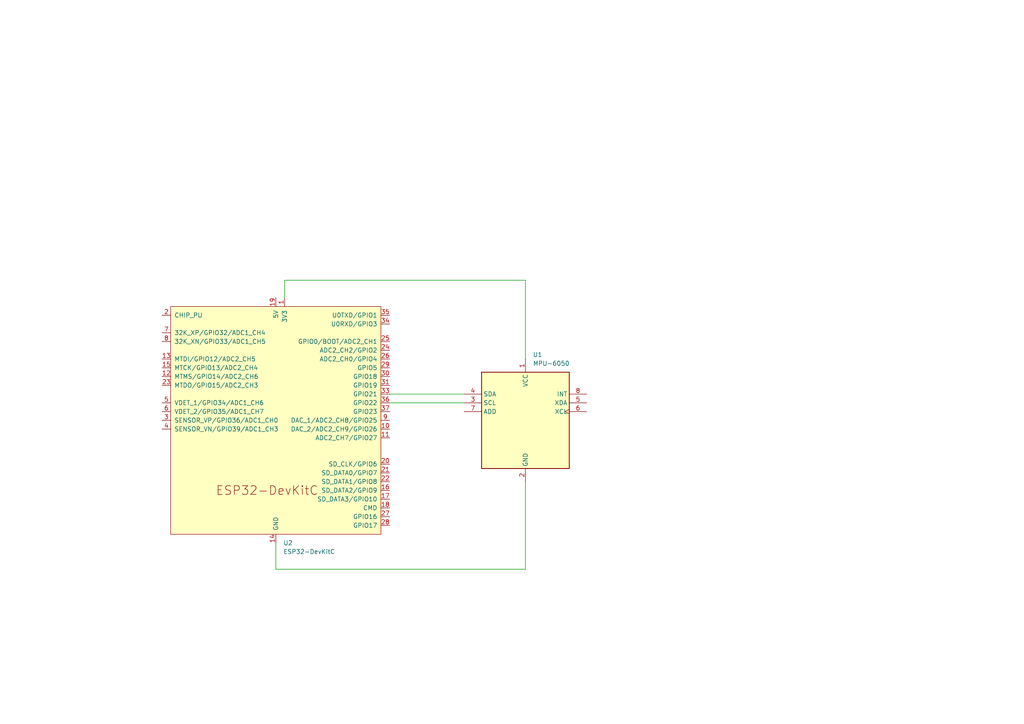
<source format=kicad_sch>
(kicad_sch (version 20250114) (generator "eeschema") (generator_version "9.0")
  (paper "A4")
  (lib_symbols
    (symbol "Espressif:ESP32-DevKitC" (pin_names (offset 1.016))
      (property "Reference" "U" (at -30.48 38.1 0))
      (property "Value" "ESP32-DevKitC" (at -30.48 35.56 0))
      (symbol "ESP32-DevKitC_0_0"
        (text "ESP32-DevKitC" (at -2.54 -20.32 0) (effects (font (size 2.54 2.54))))
        (pin power_in line (at 0 35.56 270) (length 2.54) (name "5V") (number "19"))
        (pin power_in line (at 0 -35.56 90) (length 2.54) (name "GND") (number "14"))
      )
      (symbol "ESP32-DevKitC_0_1"
        (rectangle (start -30.48 33.02) (end 30.48 -33.02) (fill (type background)))
      )
      (symbol "ESP32-DevKitC_1_1"
        (pin input line (at -33.02 30.48 0) (length 2.54) (name "CHIP_PU") (number "2"))
        (pin bidirectional line (at -33.02 25.4 0) (length 2.54) (name "32K_XP/GPIO32/ADC1_CH4") (number "7"))
        (pin bidirectional line (at -33.02 22.86 0) (length 2.54) (name "32K_XN/GPIO33/ADC1_CH5") (number "8"))
        (pin bidirectional line (at -33.02 17.78 0) (length 2.54) (name "MTDI/GPIO12/ADC2_CH5") (number "13"))
        (pin bidirectional line (at -33.02 15.24 0) (length 2.54) (name "MTCK/GPIO13/ADC2_CH4") (number "15"))
        (pin bidirectional line (at -33.02 12.7 0) (length 2.54) (name "MTMS/GPIO14/ADC2_CH6") (number "12"))
        (pin bidirectional line (at -33.02 10.16 0) (length 2.54) (name "MTDO/GPIO15/ADC2_CH3") (number "23"))
        (pin input line (at -33.02 5.08 0) (length 2.54) (name "VDET_1/GPIO34/ADC1_CH6") (number "5"))
        (pin input line (at -33.02 2.54 0) (length 2.54) (name "VDET_2/GPIO35/ADC1_CH7") (number "6"))
        (pin input line (at -33.02 0 0) (length 2.54) (name "SENSOR_VP/GPIO36/ADC1_CH0") (number "3"))
        (pin input line (at -33.02 -2.54 0) (length 2.54) (name "SENSOR_VN/GPIO39/ADC1_CH3") (number "4"))
        (pin passive line (at 0 -35.56 90) (length 2.54) (hide yes) (name "GND") (number "32"))
        (pin passive line (at 0 -35.56 90) (length 2.54) (hide yes) (name "GND") (number "38"))
        (pin power_in line (at 2.54 35.56 270) (length 2.54) (name "3V3") (number "1"))
        (pin bidirectional line (at 33.02 30.48 180) (length 2.54) (name "U0TXD/GPIO1") (number "35"))
        (pin bidirectional line (at 33.02 27.94 180) (length 2.54) (name "U0RXD/GPIO3") (number "34"))
        (pin bidirectional line (at 33.02 22.86 180) (length 2.54) (name "GPIO0/BOOT/ADC2_CH1") (number "25"))
        (pin bidirectional line (at 33.02 20.32 180) (length 2.54) (name "ADC2_CH2/GPIO2") (number "24"))
        (pin bidirectional line (at 33.02 17.78 180) (length 2.54) (name "ADC2_CH0/GPIO4") (number "26"))
        (pin bidirectional line (at 33.02 15.24 180) (length 2.54) (name "GPIO5") (number "29"))
        (pin bidirectional line (at 33.02 12.7 180) (length 2.54) (name "GPIO18") (number "30"))
        (pin bidirectional line (at 33.02 10.16 180) (length 2.54) (name "GPIO19") (number "31"))
        (pin bidirectional line (at 33.02 7.62 180) (length 2.54) (name "GPIO21") (number "33"))
        (pin bidirectional line (at 33.02 5.08 180) (length 2.54) (name "GPIO22") (number "36"))
        (pin bidirectional line (at 33.02 2.54 180) (length 2.54) (name "GPIO23") (number "37"))
        (pin bidirectional line (at 33.02 0 180) (length 2.54) (name "DAC_1/ADC2_CH8/GPIO25") (number "9"))
        (pin bidirectional line (at 33.02 -2.54 180) (length 2.54) (name "DAC_2/ADC2_CH9/GPIO26") (number "10"))
        (pin bidirectional line (at 33.02 -5.08 180) (length 2.54) (name "ADC2_CH7/GPIO27") (number "11"))
        (pin bidirectional line (at 33.02 -12.7 180) (length 2.54) (name "SD_CLK/GPIO6") (number "20"))
        (pin bidirectional line (at 33.02 -15.24 180) (length 2.54) (name "SD_DATA0/GPIO7") (number "21"))
        (pin bidirectional line (at 33.02 -17.78 180) (length 2.54) (name "SD_DATA1/GPIO8") (number "22"))
        (pin bidirectional line (at 33.02 -20.32 180) (length 2.54) (name "SD_DATA2/GPIO9") (number "16"))
        (pin bidirectional line (at 33.02 -22.86 180) (length 2.54) (name "SD_DATA3/GPIO10") (number "17"))
        (pin bidirectional line (at 33.02 -25.4 180) (length 2.54) (name "CMD") (number "18"))
        (pin bidirectional line (at 33.02 -27.94 180) (length 2.54) (name "GPIO16") (number "27"))
        (pin bidirectional line (at 33.02 -30.48 180) (length 2.54) (name "GPIO17") (number "28"))
      )
    )
    (symbol "MPU-6050_1"
      (property "Reference" "U1" (at 2.1433 -16.51 0))
      (property "Value" "MPU-6050" (at 2.1433 -19.05 0))
      (symbol "MPU-6050_1_0_0"
        (text "" (at 12.7 -2.54 0) (effects (font (size 1.27 1.27))))
      )
      (symbol "MPU-6050_1_0_1"
        (rectangle (start -12.7 13.97) (end 12.7 -13.97) (stroke (width 0.254)) (fill (type background)))
      )
      (symbol "MPU-6050_1_1_1"
        (pin bidirectional line (at -17.78 7.62 0) (length 5.08) (name "SDA") (number "4"))
        (pin input line (at -17.78 5.08 0) (length 5.08) (name "SCL") (number "3"))
        (pin input line (at -17.78 2.54 0) (length 5.08) (name "ADD") (number "7"))
        (pin no_connect line (at -12.7 12.7 0) (length 2.54) (hide yes) (name "NC") (number "2"))
        (pin no_connect line (at -12.7 10.16 0) (length 2.54) (hide yes) (name "NC") (number "3"))
        (pin no_connect line (at -12.7 0 0) (length 2.54) (hide yes) (name "NC") (number "4"))
        (pin no_connect line (at -12.7 -2.54 0) (length 2.54) (hide yes) (name "NC") (number "5"))
        (pin no_connect line (at -12.7 -10.16 0) (length 2.54) (hide yes) (name "NC") (number "14"))
        (pin power_in line (at 0 17.78 270) (length 3.81) (name "VCC") (number "1"))
        (pin power_in line (at 0 -17.78 90) (length 3.81) (name "GND") (number "2"))
        (pin no_connect line (at 12.7 12.7 180) (length 2.54) (hide yes) (name "NC") (number "15"))
        (pin no_connect line (at 12.7 10.16 180) (length 2.54) (hide yes) (name "NC") (number "16"))
        (pin no_connect line (at 12.7 5.08 180) (length 2.54) (hide yes) (name "NC") (number "17"))
        (pin no_connect line (at 12.7 -2.54 180) (length 2.54) (hide yes) (name "RESV") (number "21"))
        (pin no_connect line (at 12.7 -10.16 180) (length 2.54) (hide yes) (name "RESV") (number "19"))
        (pin no_connect line (at 12.7 -12.7 180) (length 2.54) (hide yes) (name "RESV") (number "22"))
        (pin output line (at 17.78 7.62 180) (length 5.08) (name "INT") (number "8"))
        (pin bidirectional line (at 17.78 5.08 180) (length 5.08) (name "XDA") (number "5"))
        (pin output clock (at 17.78 2.54 180) (length 5.08) (name "XCL") (number "6"))
      )
    )
  )
  (wire (pts (xy 152.4 165.1) (xy 80.01 165.1)))
  (wire (pts (xy 80.01 165.1) (xy 80.01 157.48)))
  (wire (pts (xy 152.4 81.28) (xy 82.55 81.28)))
  (wire (pts (xy 113.03 116.84) (xy 134.62 116.84)))
  (wire (pts (xy 152.4 104.14) (xy 152.4 81.28)))
  (wire (pts (xy 113.03 114.3) (xy 134.62 114.3)))
  (wire (pts (xy 152.4 139.7) (xy 152.4 165.1)))
  (wire (pts (xy 82.55 81.28) (xy 82.55 86.36)))
  (symbol (lib_name "MPU-6050_1") (lib_id "Sensor_Motion:MPU-6050") (at 152.4 121.92 0) (unit 1)
    (property "Reference" "U1" (at 154.5433 102.87 0) (effects (justify left)))
    (property "Value" "MPU-6050" (at 154.5433 105.41 0) (effects (justify left)))
    (property "Footprint" "usini_sensors:module_mpu6050" (effects (hide yes)))
    (property "Datasheet" "https://invensense.tdk.com/wp-content/uploads/2015/02/MPU-6000-Datasheet1.pdf" (effects (hide yes)))
    (property "Description" "InvenSense 6-Axis Motion Sensor, Gyroscope, Accelerometer, I2C" (effects (hide yes)))
  )
  (symbol (lib_id "Espressif:ESP32-DevKitC") (at 80.01 121.92 0) (unit 1)
    (property "Reference" "U2" (at 82.1533 157.48 0) (effects (justify left)))
    (property "Value" "ESP32-DevKitC" (at 82.1533 160.02 0) (effects (justify left)))
    (property "Footprint" "ESP32_Footprints:ESP32_38pin" (effects (hide yes)))
    (property "Datasheet" "https://docs.espressif.com/projects/esp-idf/zh_CN/latest/esp32/hw-reference/esp32/get-started-devkitc.html" (effects (hide yes)))
    (property "Description" "Development Kit" (effects (hide yes)))
  )
)
</source>
